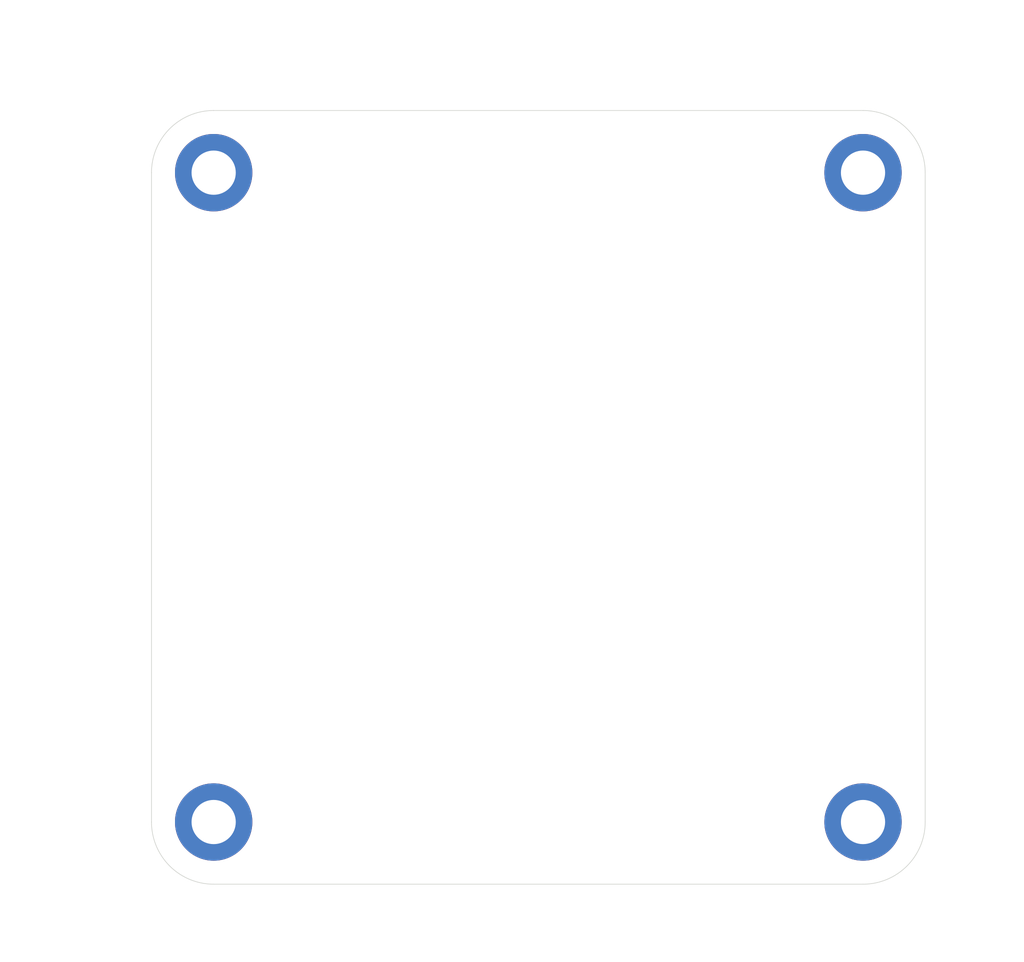
<source format=kicad_pcb>
(kicad_pcb (version 20171130) (host pcbnew "(5.1.8)-1")

  (general
    (thickness 1.6)
    (drawings 24)
    (tracks 0)
    (zones 0)
    (modules 4)
    (nets 1)
  )

  (page A4)
  (layers
    (0 F.Cu signal)
    (31 B.Cu signal)
    (32 B.Adhes user)
    (33 F.Adhes user)
    (34 B.Paste user)
    (35 F.Paste user)
    (36 B.SilkS user)
    (37 F.SilkS user)
    (38 B.Mask user)
    (39 F.Mask user)
    (40 Dwgs.User user)
    (41 Cmts.User user)
    (42 Eco1.User user)
    (43 Eco2.User user)
    (44 Edge.Cuts user)
    (45 Margin user)
    (46 B.CrtYd user)
    (47 F.CrtYd user)
    (48 B.Fab user hide)
    (49 F.Fab user hide)
  )

  (setup
    (last_trace_width 0.25)
    (trace_clearance 0.2)
    (zone_clearance 0.508)
    (zone_45_only no)
    (trace_min 0.2)
    (via_size 0.8)
    (via_drill 0.4)
    (via_min_size 0.4)
    (via_min_drill 0.3)
    (uvia_size 0.3)
    (uvia_drill 0.1)
    (uvias_allowed no)
    (uvia_min_size 0.2)
    (uvia_min_drill 0.1)
    (edge_width 0.05)
    (segment_width 0.2)
    (pcb_text_width 0.3)
    (pcb_text_size 1.5 1.5)
    (mod_edge_width 0.12)
    (mod_text_size 1 1)
    (mod_text_width 0.15)
    (pad_size 1.524 1.524)
    (pad_drill 0.762)
    (pad_to_mask_clearance 0)
    (aux_axis_origin 0 0)
    (visible_elements FFFFFF7F)
    (pcbplotparams
      (layerselection 0x010fc_ffffffff)
      (usegerberextensions false)
      (usegerberattributes true)
      (usegerberadvancedattributes true)
      (creategerberjobfile true)
      (excludeedgelayer true)
      (linewidth 0.100000)
      (plotframeref false)
      (viasonmask false)
      (mode 1)
      (useauxorigin false)
      (hpglpennumber 1)
      (hpglpenspeed 20)
      (hpglpendiameter 15.000000)
      (psnegative false)
      (psa4output false)
      (plotreference true)
      (plotvalue true)
      (plotinvisibletext false)
      (padsonsilk false)
      (subtractmaskfromsilk false)
      (outputformat 1)
      (mirror false)
      (drillshape 1)
      (scaleselection 1)
      (outputdirectory ""))
  )

  (net 0 "")

  (net_class Default "This is the default net class."
    (clearance 0.2)
    (trace_width 0.25)
    (via_dia 0.8)
    (via_drill 0.4)
    (uvia_dia 0.3)
    (uvia_drill 0.1)
  )

  (module MountingHole:MountingHole_3.2mm_M3_DIN965_Pad (layer F.Cu) (tedit 56D1B4CB) (tstamp 602FD7E0)
    (at 178.5 98.5)
    (descr "Mounting Hole 3.2mm, M3, DIN965")
    (tags "mounting hole 3.2mm m3 din965")
    (attr virtual)
    (fp_text reference REF** (at 0 -3.8) (layer F.Fab)
      (effects (font (size 1 1) (thickness 0.15)))
    )
    (fp_text value MountingHole_3.2mm_M3_DIN965_Pad (at 0 3.8) (layer F.Fab)
      (effects (font (size 1 1) (thickness 0.15)))
    )
    (fp_circle (center 0 0) (end 2.8 0) (layer Cmts.User) (width 0.15))
    (fp_circle (center 0 0) (end 3.05 0) (layer F.CrtYd) (width 0.05))
    (fp_text user %R (at 0.3 0) (layer F.Fab)
      (effects (font (size 1 1) (thickness 0.15)))
    )
    (pad 1 thru_hole circle (at 0 0) (size 5.6 5.6) (drill 3.2) (layers *.Cu *.Mask))
  )

  (module MountingHole:MountingHole_3.2mm_M3_DIN965_Pad (layer F.Cu) (tedit 56D1B4CB) (tstamp 602FD7E0)
    (at 131.5 98.5)
    (descr "Mounting Hole 3.2mm, M3, DIN965")
    (tags "mounting hole 3.2mm m3 din965")
    (attr virtual)
    (fp_text reference REF** (at 0 -3.8) (layer F.Fab)
      (effects (font (size 1 1) (thickness 0.15)))
    )
    (fp_text value MountingHole_3.2mm_M3_DIN965_Pad (at 0 3.8) (layer F.Fab)
      (effects (font (size 1 1) (thickness 0.15)))
    )
    (fp_circle (center 0 0) (end 2.8 0) (layer Cmts.User) (width 0.15))
    (fp_circle (center 0 0) (end 3.05 0) (layer F.CrtYd) (width 0.05))
    (fp_text user %R (at 0.3 0) (layer F.Fab)
      (effects (font (size 1 1) (thickness 0.15)))
    )
    (pad 1 thru_hole circle (at 0 0) (size 5.6 5.6) (drill 3.2) (layers *.Cu *.Mask))
  )

  (module MountingHole:MountingHole_3.2mm_M3_DIN965_Pad (layer F.Cu) (tedit 56D1B4CB) (tstamp 602FD7E0)
    (at 131.5 51.5)
    (descr "Mounting Hole 3.2mm, M3, DIN965")
    (tags "mounting hole 3.2mm m3 din965")
    (attr virtual)
    (fp_text reference REF** (at 0 -3.8) (layer F.Fab)
      (effects (font (size 1 1) (thickness 0.15)))
    )
    (fp_text value MountingHole_3.2mm_M3_DIN965_Pad (at 0 3.8) (layer F.Fab)
      (effects (font (size 1 1) (thickness 0.15)))
    )
    (fp_circle (center 0 0) (end 2.8 0) (layer Cmts.User) (width 0.15))
    (fp_circle (center 0 0) (end 3.05 0) (layer F.CrtYd) (width 0.05))
    (fp_text user %R (at 0.3 0) (layer F.Fab)
      (effects (font (size 1 1) (thickness 0.15)))
    )
    (pad 1 thru_hole circle (at 0 0) (size 5.6 5.6) (drill 3.2) (layers *.Cu *.Mask))
  )

  (module MountingHole:MountingHole_3.2mm_M3_DIN965_Pad (layer F.Cu) (tedit 56D1B4CB) (tstamp 602FD7D7)
    (at 178.5 51.5)
    (descr "Mounting Hole 3.2mm, M3, DIN965")
    (tags "mounting hole 3.2mm m3 din965")
    (attr virtual)
    (fp_text reference REF** (at 0 -3.8) (layer F.Fab)
      (effects (font (size 1 1) (thickness 0.15)))
    )
    (fp_text value MountingHole_3.2mm_M3_DIN965_Pad (at 0 3.8) (layer F.Fab)
      (effects (font (size 1 1) (thickness 0.15)))
    )
    (fp_text user %R (at 0.3 0) (layer F.Fab)
      (effects (font (size 1 1) (thickness 0.15)))
    )
    (fp_circle (center 0 0) (end 2.8 0) (layer Cmts.User) (width 0.15))
    (fp_circle (center 0 0) (end 3.05 0) (layer F.CrtYd) (width 0.05))
    (pad 1 thru_hole circle (at 0 0) (size 5.6 5.6) (drill 3.2) (layers *.Cu *.Mask))
  )

  (gr_line (start 131.5 103) (end 178.5 103) (layer Edge.Cuts) (width 0.05) (tstamp 602FD827))
  (gr_line (start 127 51.5) (end 127 98.5) (layer Edge.Cuts) (width 0.05) (tstamp 602FD826))
  (gr_line (start 178.5 47) (end 131.5 47) (layer Edge.Cuts) (width 0.05) (tstamp 602FD825))
  (gr_line (start 183 98.5) (end 183 51.5) (layer Edge.Cuts) (width 0.05) (tstamp 602FD824))
  (gr_arc (start 131.5 98.5) (end 127 98.5) (angle -90) (layer Edge.Cuts) (width 0.05))
  (gr_arc (start 131.5 51.5) (end 131.5 47) (angle -90) (layer Edge.Cuts) (width 0.05))
  (dimension 23.5 (width 0.15) (layer Dwgs.User)
    (gr_text "23.500 mm" (at 143.25 106.7) (layer Dwgs.User)
      (effects (font (size 1 1) (thickness 0.15)))
    )
    (feature1 (pts (xy 131.5 108) (xy 131.5 107.413579)))
    (feature2 (pts (xy 155 108) (xy 155 107.413579)))
    (crossbar (pts (xy 155 108) (xy 131.5 108)))
    (arrow1a (pts (xy 131.5 108) (xy 132.626504 107.413579)))
    (arrow1b (pts (xy 131.5 108) (xy 132.626504 108.586421)))
    (arrow2a (pts (xy 155 108) (xy 153.873496 107.413579)))
    (arrow2b (pts (xy 155 108) (xy 153.873496 108.586421)))
  )
  (dimension 23.5 (width 0.15) (layer Dwgs.User)
    (gr_text "23.500 mm" (at 143.25 43.2) (layer Dwgs.User)
      (effects (font (size 1 1) (thickness 0.15)))
    )
    (feature1 (pts (xy 131.5 44.5) (xy 131.5 43.913579)))
    (feature2 (pts (xy 155 44.5) (xy 155 43.913579)))
    (crossbar (pts (xy 155 44.5) (xy 131.5 44.5)))
    (arrow1a (pts (xy 131.5 44.5) (xy 132.626504 43.913579)))
    (arrow1b (pts (xy 131.5 44.5) (xy 132.626504 45.086421)))
    (arrow2a (pts (xy 155 44.5) (xy 153.873496 43.913579)))
    (arrow2b (pts (xy 155 44.5) (xy 153.873496 45.086421)))
  )
  (gr_arc (start 178.5 98.5) (end 178.5 103) (angle -90) (layer Edge.Cuts) (width 0.05))
  (gr_arc (start 178.5 51.5) (end 183 51.5) (angle -90) (layer Edge.Cuts) (width 0.05))
  (gr_circle (center 131.5 51.5) (end 131.5 48) (layer Dwgs.User) (width 0.15))
  (gr_circle (center 131.5 98.5) (end 131.5 102) (layer Dwgs.User) (width 0.15))
  (gr_circle (center 178.5 98.5) (end 178.5 102) (layer Dwgs.User) (width 0.15))
  (dimension 23.5 (width 0.15) (layer Dwgs.User) (tstamp 602F77F9)
    (gr_text "23.500 mm" (at 166.75 106.7) (layer Dwgs.User) (tstamp 602F77F9)
      (effects (font (size 1 1) (thickness 0.15)))
    )
    (feature1 (pts (xy 178.5 108.5) (xy 178.5 107.413579)))
    (feature2 (pts (xy 155 108.5) (xy 155 107.413579)))
    (crossbar (pts (xy 155 108) (xy 178.5 108)))
    (arrow1a (pts (xy 178.5 108) (xy 177.373496 108.586421)))
    (arrow1b (pts (xy 178.5 108) (xy 177.373496 107.413579)))
    (arrow2a (pts (xy 155 108) (xy 156.126504 108.586421)))
    (arrow2b (pts (xy 155 108) (xy 156.126504 107.413579)))
  )
  (gr_circle (center 178.5 51.5) (end 178.5 48) (layer Dwgs.User) (width 0.15))
  (dimension 23.5 (width 0.15) (layer Dwgs.User)
    (gr_text "23.500 mm" (at 186.2 86.75 270) (layer Dwgs.User)
      (effects (font (size 1 1) (thickness 0.15)))
    )
    (feature1 (pts (xy 187.5 98.5) (xy 186.913579 98.5)))
    (feature2 (pts (xy 187.5 75) (xy 186.913579 75)))
    (crossbar (pts (xy 187.5 75) (xy 187.5 98.5)))
    (arrow1a (pts (xy 187.5 98.5) (xy 186.913579 97.373496)))
    (arrow1b (pts (xy 187.5 98.5) (xy 188.086421 97.373496)))
    (arrow2a (pts (xy 187.5 75) (xy 186.913579 76.126504)))
    (arrow2b (pts (xy 187.5 75) (xy 188.086421 76.126504)))
  )
  (dimension 23.5 (width 0.15) (layer Dwgs.User)
    (gr_text "23.500 mm" (at 188.8 63.25 90) (layer Dwgs.User)
      (effects (font (size 1 1) (thickness 0.15)))
    )
    (feature1 (pts (xy 187.5 51.5) (xy 188.086421 51.5)))
    (feature2 (pts (xy 187.5 75) (xy 188.086421 75)))
    (crossbar (pts (xy 187.5 75) (xy 187.5 51.5)))
    (arrow1a (pts (xy 187.5 51.5) (xy 188.086421 52.626504)))
    (arrow1b (pts (xy 187.5 51.5) (xy 186.913579 52.626504)))
    (arrow2a (pts (xy 187.5 75) (xy 188.086421 73.873496)))
    (arrow2b (pts (xy 187.5 75) (xy 186.913579 73.873496)))
  )
  (dimension 23.5 (width 0.15) (layer Dwgs.User)
    (gr_text "23.500 mm" (at 166.75 43.2) (layer Dwgs.User)
      (effects (font (size 1 1) (thickness 0.15)))
    )
    (feature1 (pts (xy 178.5 45) (xy 178.5 43.913579)))
    (feature2 (pts (xy 155 45) (xy 155 43.913579)))
    (crossbar (pts (xy 155 44.5) (xy 178.5 44.5)))
    (arrow1a (pts (xy 178.5 44.5) (xy 177.373496 45.086421)))
    (arrow1b (pts (xy 178.5 44.5) (xy 177.373496 43.913579)))
    (arrow2a (pts (xy 155 44.5) (xy 156.126504 45.086421)))
    (arrow2b (pts (xy 155 44.5) (xy 156.126504 43.913579)))
  )
  (gr_line (start 183 103) (end 127 103) (layer Dwgs.User) (width 0.15) (tstamp 602F7741))
  (gr_line (start 183 47) (end 183 103) (layer Dwgs.User) (width 0.15))
  (gr_line (start 127 47) (end 127 103) (layer Dwgs.User) (width 0.15))
  (gr_line (start 127 47) (end 183 47) (layer Dwgs.User) (width 0.15))
  (dimension 56 (width 0.15) (layer Dwgs.User)
    (gr_text "56.000 mm" (at 119.7 75 270) (layer Dwgs.User)
      (effects (font (size 1 1) (thickness 0.15)))
    )
    (feature1 (pts (xy 121 103) (xy 120.413579 103)))
    (feature2 (pts (xy 121 47) (xy 120.413579 47)))
    (crossbar (pts (xy 121 47) (xy 121 103)))
    (arrow1a (pts (xy 121 103) (xy 120.413579 101.873496)))
    (arrow1b (pts (xy 121 103) (xy 121.586421 101.873496)))
    (arrow2a (pts (xy 121 47) (xy 120.413579 48.126504)))
    (arrow2b (pts (xy 121 47) (xy 121.586421 48.126504)))
  )
  (dimension 56 (width 0.15) (layer Dwgs.User)
    (gr_text "56.000 mm" (at 155 42.3) (layer Dwgs.User)
      (effects (font (size 1 1) (thickness 0.15)))
    )
    (feature1 (pts (xy 183 41) (xy 183 41.586421)))
    (feature2 (pts (xy 127 41) (xy 127 41.586421)))
    (crossbar (pts (xy 127 41) (xy 183 41)))
    (arrow1a (pts (xy 183 41) (xy 181.873496 41.586421)))
    (arrow1b (pts (xy 183 41) (xy 181.873496 40.413579)))
    (arrow2a (pts (xy 127 41) (xy 128.126504 41.586421)))
    (arrow2b (pts (xy 127 41) (xy 128.126504 40.413579)))
  )

)

</source>
